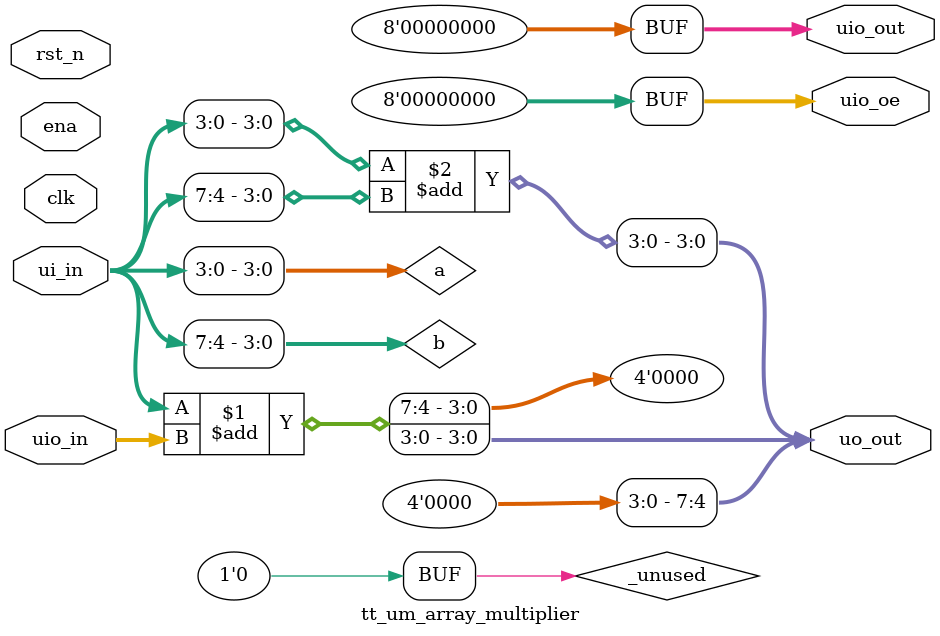
<source format=v>
/*
 * Copyright (c) 2024 Your Name
 * SPDX-License-Identifier: Apache-2.0
 */

`default_nettype none

module tt_um_array_multiplier (
    input  wire [7:0] ui_in,    // Dedicated inputs
    output wire [7:0] uo_out,   // Dedicated outputs
    input  wire [7:0] uio_in,   // IOs: Input path
    output wire [7:0] uio_out,  // IOs: Output path
    output wire [7:0] uio_oe,   // IOs: Enable path (active high: 0=input, 1=output)
    input  wire       ena,      // always 1 when the design is powered, so you can ignore it
    input  wire       clk,      // clock
    input  wire       rst_n     // reset_n - low to reset
);

  wire [3:0] a, b, c;
  assign a = ui_in[3:0];
  assign b = ui_in[7:4];

  // All output pins must be assigned. If not used, assign to 0.
  assign uo_out  = ui_in + uio_in;  // Example: ou_out is the sum of ui_in and uio_in
  assign uio_out = 0;
  assign uio_oe  = 0;

  assign uo_out[7:4] = 4'b0;
  assign uo_out[3:0] = a + b;

  // List all unused inputs to prevent warnings
  wire _unused = &{ena, clk, rst_n, 1'b0};

endmodule

</source>
